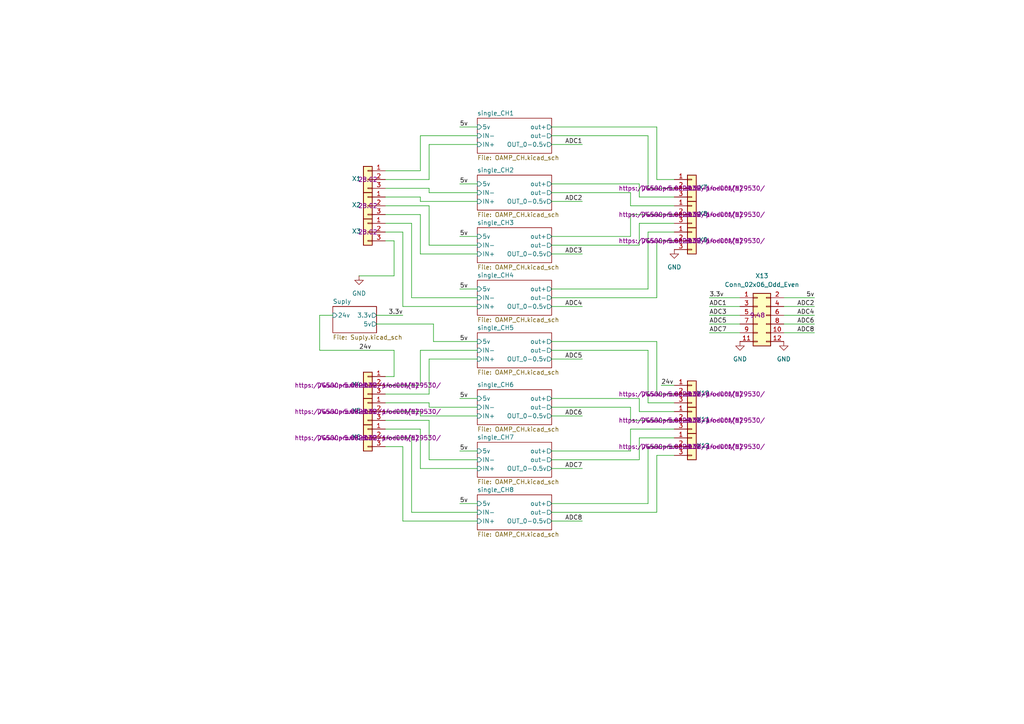
<source format=kicad_sch>
(kicad_sch (version 20250114) (generator "eeschema") (generator_version "9.0")
  (paper "A4")
  (lib_symbols
    (symbol "Connector_Generic:Conn_01x03" (pin_names (offset 1.016) (hide yes))
      (property "Reference" "J" (at 0 5.08 0))
      (property "Value" "Conn_01x03" (at 0 -5.08 0))
      (symbol "Conn_01x03_1_1"
        (rectangle (start -1.27 3.81) (end 1.27 -3.81) (stroke (width 0.254)) (fill (type background)))
        (rectangle (start -1.27 2.667) (end 0 2.413) (stroke (width 0.1524)))
        (rectangle (start -1.27 0.127) (end 0 -0.127) (stroke (width 0.1524)))
        (rectangle (start -1.27 -2.413) (end 0 -2.667) (stroke (width 0.1524)))
        (pin passive line (at -5.08 2.54 0) (length 3.81) (name "Pin_1") (number "1"))
        (pin passive line (at -5.08 0 0) (length 3.81) (name "Pin_2") (number "2"))
        (pin passive line (at -5.08 -2.54 0) (length 3.81) (name "Pin_3") (number "3"))
      )
    )
    (symbol "Connector_Generic:Conn_02x06_Odd_Even" (pin_names (offset 1.016) (hide yes))
      (property "Reference" "J" (at 1.27 7.62 0))
      (property "Value" "Conn_02x06_Odd_Even" (at 1.27 -10.16 0))
      (symbol "Conn_02x06_Odd_Even_1_1"
        (rectangle (start -1.27 6.35) (end 3.81 -8.89) (stroke (width 0.254)) (fill (type background)))
        (rectangle (start -1.27 5.207) (end 0 4.953) (stroke (width 0.1524)))
        (rectangle (start -1.27 2.667) (end 0 2.413) (stroke (width 0.1524)))
        (rectangle (start -1.27 0.127) (end 0 -0.127) (stroke (width 0.1524)))
        (rectangle (start -1.27 -2.413) (end 0 -2.667) (stroke (width 0.1524)))
        (rectangle (start -1.27 -4.953) (end 0 -5.207) (stroke (width 0.1524)))
        (rectangle (start -1.27 -7.493) (end 0 -7.747) (stroke (width 0.1524)))
        (rectangle (start 3.81 5.207) (end 2.54 4.953) (stroke (width 0.1524)))
        (rectangle (start 3.81 2.667) (end 2.54 2.413) (stroke (width 0.1524)))
        (rectangle (start 3.81 0.127) (end 2.54 -0.127) (stroke (width 0.1524)))
        (rectangle (start 3.81 -2.413) (end 2.54 -2.667) (stroke (width 0.1524)))
        (rectangle (start 3.81 -4.953) (end 2.54 -5.207) (stroke (width 0.1524)))
        (rectangle (start 3.81 -7.493) (end 2.54 -7.747) (stroke (width 0.1524)))
        (pin passive line (at -5.08 5.08 0) (length 3.81) (name "Pin_1") (number "1"))
        (pin passive line (at -5.08 2.54 0) (length 3.81) (name "Pin_3") (number "3"))
        (pin passive line (at -5.08 0 0) (length 3.81) (name "Pin_5") (number "5"))
        (pin passive line (at -5.08 -2.54 0) (length 3.81) (name "Pin_7") (number "7"))
        (pin passive line (at -5.08 -5.08 0) (length 3.81) (name "Pin_9") (number "9"))
        (pin passive line (at -5.08 -7.62 0) (length 3.81) (name "Pin_11") (number "11"))
        (pin passive line (at 7.62 5.08 180) (length 3.81) (name "Pin_2") (number "2"))
        (pin passive line (at 7.62 2.54 180) (length 3.81) (name "Pin_4") (number "4"))
        (pin passive line (at 7.62 0 180) (length 3.81) (name "Pin_6") (number "6"))
        (pin passive line (at 7.62 -2.54 180) (length 3.81) (name "Pin_8") (number "8"))
        (pin passive line (at 7.62 -5.08 180) (length 3.81) (name "Pin_10") (number "10"))
        (pin passive line (at 7.62 -7.62 180) (length 3.81) (name "Pin_12") (number "12"))
      )
    )
    (symbol "power:GND" (power) (pin_numbers (hide yes)) (pin_names (offset 0) (hide yes))
      (property "Value" "GND" (at 0 -3.81 0))
      (symbol "GND_0_1"
        (polyline (pts (xy 0 0) (xy 0 -1.27) (xy 1.27 -1.27) (xy 0 -2.54) (xy -1.27 -1.27) (xy 0 -1.27)))
      )
      (symbol "GND_1_1"
        (pin power_in line (at 0 0 270) (length 0) (name "~") (number "1"))
      )
    )
  )
  (wire (pts (xy 185.42 71.12) (xy 160.02 71.12)))
  (wire (pts (xy 190.5 148.59) (xy 190.5 132.08)))
  (wire (pts (xy 160.02 135.89) (xy 168.91 135.89)))
  (wire (pts (xy 214.63 96.52) (xy 205.74 96.52)))
  (wire (pts (xy 125.73 99.06) (xy 138.43 99.06)))
  (wire (pts (xy 191.77 111.76) (xy 195.58 111.76)))
  (wire (pts (xy 187.96 129.54) (xy 187.96 146.05)))
  (wire (pts (xy 116.84 151.13) (xy 138.43 151.13)))
  (wire (pts (xy 187.96 39.37) (xy 187.96 54.61)))
  (wire (pts (xy 121.92 124.46) (xy 121.92 135.89)))
  (wire (pts (xy 227.33 93.98) (xy 236.22 93.98)))
  (wire (pts (xy 133.35 115.57) (xy 138.43 115.57)))
  (wire (pts (xy 182.88 130.81) (xy 182.88 124.46)))
  (wire (pts (xy 160.02 115.57) (xy 185.42 115.57)))
  (wire (pts (xy 124.46 104.14) (xy 124.46 114.3)))
  (wire (pts (xy 92.71 91.44) (xy 96.52 91.44)))
  (wire (pts (xy 160.02 88.9) (xy 168.91 88.9)))
  (wire (pts (xy 111.76 124.46) (xy 121.92 124.46)))
  (wire (pts (xy 182.88 118.11) (xy 160.02 118.11)))
  (wire (pts (xy 116.84 67.31) (xy 116.84 88.9)))
  (wire (pts (xy 195.58 59.69) (xy 182.88 59.69)))
  (wire (pts (xy 190.5 52.07) (xy 195.58 52.07)))
  (wire (pts (xy 121.92 39.37) (xy 121.92 49.53)))
  (wire (pts (xy 124.46 54.61) (xy 111.76 54.61)))
  (wire (pts (xy 124.46 104.14) (xy 138.43 104.14)))
  (wire (pts (xy 111.76 127) (xy 119.38 127)))
  (wire (pts (xy 190.5 99.06) (xy 190.5 114.3)))
  (wire (pts (xy 121.92 111.76) (xy 111.76 111.76)))
  (wire (pts (xy 119.38 127) (xy 119.38 148.59)))
  (wire (pts (xy 121.92 73.66) (xy 138.43 73.66)))
  (wire (pts (xy 214.63 91.44) (xy 205.74 91.44)))
  (wire (pts (xy 160.02 104.14) (xy 168.91 104.14)))
  (wire (pts (xy 160.02 130.81) (xy 182.88 130.81)))
  (wire (pts (xy 124.46 41.91) (xy 124.46 52.07)))
  (wire (pts (xy 116.84 88.9) (xy 138.43 88.9)))
  (wire (pts (xy 121.92 49.53) (xy 111.76 49.53)))
  (wire (pts (xy 160.02 58.42) (xy 168.91 58.42)))
  (wire (pts (xy 195.58 129.54) (xy 187.96 129.54)))
  (wire (pts (xy 190.5 114.3) (xy 195.58 114.3)))
  (wire (pts (xy 133.35 68.58) (xy 138.43 68.58)))
  (wire (pts (xy 114.3 69.85) (xy 114.3 80.01)))
  (wire (pts (xy 182.88 124.46) (xy 195.58 124.46)))
  (wire (pts (xy 124.46 71.12) (xy 138.43 71.12)))
  (wire (pts (xy 111.76 129.54) (xy 116.84 129.54)))
  (wire (pts (xy 227.33 96.52) (xy 236.22 96.52)))
  (wire (pts (xy 160.02 41.91) (xy 168.91 41.91)))
  (wire (pts (xy 160.02 99.06) (xy 190.5 99.06)))
  (wire (pts (xy 125.73 93.98) (xy 125.73 99.06)))
  (wire (pts (xy 190.5 36.83) (xy 190.5 52.07)))
  (wire (pts (xy 185.42 115.57) (xy 185.42 119.38)))
  (wire (pts (xy 133.35 146.05) (xy 138.43 146.05)))
  (wire (pts (xy 227.33 86.36) (xy 236.22 86.36)))
  (wire (pts (xy 185.42 127) (xy 185.42 133.35)))
  (wire (pts (xy 160.02 73.66) (xy 168.91 73.66)))
  (wire (pts (xy 187.96 54.61) (xy 195.58 54.61)))
  (wire (pts (xy 92.71 101.6) (xy 92.71 91.44)))
  (wire (pts (xy 160.02 39.37) (xy 187.96 39.37)))
  (wire (pts (xy 121.92 58.42) (xy 121.92 57.15)))
  (wire (pts (xy 111.76 67.31) (xy 116.84 67.31)))
  (wire (pts (xy 195.58 121.92) (xy 182.88 121.92)))
  (wire (pts (xy 214.63 93.98) (xy 205.74 93.98)))
  (wire (pts (xy 133.35 83.82) (xy 138.43 83.82)))
  (wire (pts (xy 185.42 57.15) (xy 195.58 57.15)))
  (wire (pts (xy 121.92 119.38) (xy 111.76 119.38)))
  (wire (pts (xy 124.46 114.3) (xy 111.76 114.3)))
  (wire (pts (xy 124.46 59.69) (xy 111.76 59.69)))
  (wire (pts (xy 182.88 62.23) (xy 195.58 62.23)))
  (wire (pts (xy 124.46 59.69) (xy 124.46 71.12)))
  (wire (pts (xy 124.46 116.84) (xy 111.76 116.84)))
  (wire (pts (xy 195.58 64.77) (xy 185.42 64.77)))
  (wire (pts (xy 124.46 118.11) (xy 138.43 118.11)))
  (wire (pts (xy 133.35 130.81) (xy 138.43 130.81)))
  (wire (pts (xy 227.33 91.44) (xy 236.22 91.44)))
  (wire (pts (xy 160.02 68.58) (xy 182.88 68.58)))
  (wire (pts (xy 121.92 101.6) (xy 121.92 111.76)))
  (wire (pts (xy 160.02 101.6) (xy 187.96 101.6)))
  (wire (pts (xy 124.46 41.91) (xy 138.43 41.91)))
  (wire (pts (xy 124.46 133.35) (xy 138.43 133.35)))
  (wire (pts (xy 114.3 109.22) (xy 114.3 101.6)))
  (wire (pts (xy 195.58 127) (xy 185.42 127)))
  (wire (pts (xy 111.76 62.23) (xy 121.92 62.23)))
  (wire (pts (xy 195.58 67.31) (xy 187.96 67.31)))
  (wire (pts (xy 124.46 52.07) (xy 111.76 52.07)))
  (wire (pts (xy 185.42 53.34) (xy 185.42 57.15)))
  (wire (pts (xy 160.02 151.13) (xy 168.91 151.13)))
  (wire (pts (xy 124.46 121.92) (xy 111.76 121.92)))
  (wire (pts (xy 182.88 68.58) (xy 182.88 62.23)))
  (wire (pts (xy 124.46 121.92) (xy 124.46 133.35)))
  (wire (pts (xy 227.33 88.9) (xy 236.22 88.9)))
  (wire (pts (xy 133.35 36.83) (xy 138.43 36.83)))
  (wire (pts (xy 214.63 88.9) (xy 205.74 88.9)))
  (wire (pts (xy 185.42 64.77) (xy 185.42 71.12)))
  (wire (pts (xy 124.46 118.11) (xy 124.46 116.84)))
  (wire (pts (xy 187.96 146.05) (xy 160.02 146.05)))
  (wire (pts (xy 121.92 39.37) (xy 138.43 39.37)))
  (wire (pts (xy 111.76 64.77) (xy 119.38 64.77)))
  (wire (pts (xy 119.38 148.59) (xy 138.43 148.59)))
  (wire (pts (xy 187.96 83.82) (xy 160.02 83.82)))
  (wire (pts (xy 190.5 86.36) (xy 190.5 69.85)))
  (wire (pts (xy 119.38 86.36) (xy 138.43 86.36)))
  (wire (pts (xy 187.96 101.6) (xy 187.96 116.84)))
  (wire (pts (xy 109.22 91.44) (xy 116.84 91.44)))
  (wire (pts (xy 119.38 64.77) (xy 119.38 86.36)))
  (wire (pts (xy 92.71 101.6) (xy 114.3 101.6)))
  (wire (pts (xy 116.84 129.54) (xy 116.84 151.13)))
  (wire (pts (xy 160.02 148.59) (xy 190.5 148.59)))
  (wire (pts (xy 182.88 121.92) (xy 182.88 118.11)))
  (wire (pts (xy 124.46 55.88) (xy 138.43 55.88)))
  (wire (pts (xy 124.46 55.88) (xy 124.46 54.61)))
  (wire (pts (xy 121.92 101.6) (xy 138.43 101.6)))
  (wire (pts (xy 190.5 132.08) (xy 195.58 132.08)))
  (wire (pts (xy 109.22 93.98) (xy 125.73 93.98)))
  (wire (pts (xy 160.02 86.36) (xy 190.5 86.36)))
  (wire (pts (xy 160.02 53.34) (xy 185.42 53.34)))
  (wire (pts (xy 121.92 62.23) (xy 121.92 73.66)))
  (wire (pts (xy 121.92 120.65) (xy 121.92 119.38)))
  (wire (pts (xy 104.14 80.01) (xy 114.3 80.01)))
  (wire (pts (xy 121.92 135.89) (xy 138.43 135.89)))
  (wire (pts (xy 111.76 109.22) (xy 114.3 109.22)))
  (wire (pts (xy 182.88 55.88) (xy 160.02 55.88)))
  (wire (pts (xy 133.35 53.34) (xy 138.43 53.34)))
  (wire (pts (xy 121.92 120.65) (xy 138.43 120.65)))
  (wire (pts (xy 111.76 69.85) (xy 114.3 69.85)))
  (wire (pts (xy 121.92 58.42) (xy 138.43 58.42)))
  (wire (pts (xy 190.5 69.85) (xy 195.58 69.85)))
  (wire (pts (xy 160.02 120.65) (xy 168.91 120.65)))
  (wire (pts (xy 205.74 86.36) (xy 214.63 86.36)))
  (wire (pts (xy 160.02 36.83) (xy 190.5 36.83)))
  (wire (pts (xy 187.96 116.84) (xy 195.58 116.84)))
  (wire (pts (xy 185.42 119.38) (xy 195.58 119.38)))
  (wire (pts (xy 187.96 67.31) (xy 187.96 83.82)))
  (wire (pts (xy 121.92 57.15) (xy 111.76 57.15)))
  (wire (pts (xy 185.42 133.35) (xy 160.02 133.35)))
  (wire (pts (xy 182.88 59.69) (xy 182.88 55.88)))
  (label "3.3v" (at 116.84 91.44 180))
  (label "24v" (at 104.14 101.6 0))
  (label "ADC1" (at 168.91 41.91 180))
  (label "ADC4" (at 168.91 88.9 180))
  (label "ADC6" (at 236.22 93.98 180))
  (label "5v" (at 133.35 36.83 0))
  (label "5v" (at 133.35 115.57 0))
  (label "ADC6" (at 168.91 120.65 180))
  (label "5v" (at 133.35 99.06 0))
  (label "ADC7" (at 205.74 96.52 0))
  (label "ADC2" (at 168.91 58.42 180))
  (label "5v" (at 133.35 130.81 0))
  (label "ADC8" (at 236.22 96.52 180))
  (label "5v" (at 133.35 146.05 0))
  (label "ADC5" (at 205.74 93.98 0))
  (label "3.3v" (at 205.74 86.36 0))
  (label "5v" (at 133.35 83.82 0))
  (label "ADC3" (at 168.91 73.66 180))
  (label "5v" (at 133.35 53.34 0))
  (label "5v" (at 236.22 86.36 180))
  (label "ADC5" (at 168.91 104.14 180))
  (label "ADC1" (at 205.74 88.9 0))
  (label "ADC3" (at 205.74 91.44 0))
  (label "ADC4" (at 236.22 91.44 180))
  (label "24v" (at 191.77 111.76 0))
  (label "ADC8" (at 168.91 151.13 180))
  (label "ADC7" (at 168.91 135.89 180))
  (label "ADC2" (at 236.22 88.9 180))
  (label "5v" (at 133.35 68.58 0))
  (symbol (lib_id "Connector_Generic:Conn_01x03") (at 106.68 67.31 0) (mirror y) (unit 1)
    (property "Reference" "X3" (at 103.378 67.056 0))
    (property "Value" "DG500-5.08-03P-14-00A(H)" (effects (hide yes)))
    (property "Footprint" "Connector_Phoenix_MC_HighVoltage:PhoenixContact_MCV_1,5_3-G-5.08_1x03_P5.08mm_Vertical" (effects (hide yes)))
    (property "Description" "Generic connector, single row, 01x03, script generated (kicad-library-utils/schlib/autogen/connector/)" (effects (hide yes)))
    (property "Promelec" "https://www.promelec.ru/product/129530/" (effects (hide yes)))
    (property "Название" "DG500-5.08-03P-14-00A(H)" (effects (hide yes)))
    (property "Цена" "28.02" (at 106.68 67.31 0))
  )
  (symbol (lib_id "Connector_Generic:Conn_01x03") (at 106.68 52.07 0) (mirror y) (unit 1)
    (property "Reference" "X1" (at 103.378 51.816 0))
    (property "Value" "DG500-5.08-03P-14-00A(H)" (effects (hide yes)))
    (property "Footprint" "Connector_Phoenix_MC_HighVoltage:PhoenixContact_MCV_1,5_3-G-5.08_1x03_P5.08mm_Vertical" (effects (hide yes)))
    (property "Description" "Generic connector, single row, 01x03, script generated (kicad-library-utils/schlib/autogen/connector/)" (effects (hide yes)))
    (property "Promelec" "https://www.promelec.ru/product/129530/" (effects (hide yes)))
    (property "Название" "DG500-5.08-03P-14-00A(H)" (effects (hide yes)))
    (property "Цена" "28.02" (at 106.68 52.07 0))
  )
  (symbol (lib_id "Connector_Generic:Conn_01x03") (at 106.68 119.38 0) (mirror y) (unit 1)
    (property "Reference" "X5" (at 103.378 119.126 0))
    (property "Value" "DG500-5.08-03P-14-00A(H)" (effects (hide yes)))
    (property "Footprint" "Connector_Phoenix_MC_HighVoltage:PhoenixContact_MCV_1,5_3-G-5.08_1x03_P5.08mm_Vertical" (effects (hide yes)))
    (property "Description" "Generic connector, single row, 01x03, script generated (kicad-library-utils/schlib/autogen/connector/)" (effects (hide yes)))
    (property "Promelec" "https://www.promelec.ru/product/129530/" (at 106.68 119.38 0))
    (property "Название" "DG500-5.08-03P-14-00A(H)" (at 106.68 119.38 0))
    (property "Цена" "28.02" (at 106.68 119.38 0))
  )
  (symbol (lib_id "Connector_Generic:Conn_01x03") (at 106.68 111.76 0) (mirror y) (unit 1)
    (property "Reference" "X4" (at 103.378 111.506 0))
    (property "Value" "DG500-5.08-03P-14-00A(H)" (effects (hide yes)))
    (property "Footprint" "Connector_Phoenix_MC_HighVoltage:PhoenixContact_MCV_1,5_3-G-5.08_1x03_P5.08mm_Vertical" (effects (hide yes)))
    (property "Description" "Generic connector, single row, 01x03, script generated (kicad-library-utils/schlib/autogen/connector/)" (effects (hide yes)))
    (property "Promelec" "https://www.promelec.ru/product/129530/" (at 106.68 111.76 0))
    (property "Название" "DG500-5.08-03P-14-00A(H)" (at 106.68 111.76 0))
    (property "Цена" "28.02" (at 106.68 111.76 0))
  )
  (symbol (lib_id "Connector_Generic:Conn_02x06_Odd_Even") (at 219.71 91.44 0) (unit 1)
    (property "Reference" "X13" (at 220.98 80.01 0))
    (property "Value" "Conn_02x06_Odd_Even" (at 220.98 82.55 0))
    (property "Footprint" "Connector_IDC:IDC-Header_2x06_P2.54mm_Vertical" (effects (hide yes)))
    (property "Description" "Generic connector, double row, 02x06, odd/even pin numbering scheme (row 1 odd numbers, row 2 even numbers), script generated (kicad-library-utils/schlib/autogen/connector/)" (effects (hide yes)))
    (property "Promelec" "https://www.promelec.ru/product/318099/" (effects (hide yes)))
    (property "Название" "DS1013-12SSIB1-B-0" (effects (hide yes)))
    (property "Цена" "9.48" (at 219.71 91.44 0))
  )
  (symbol (lib_id "power:GND") (at 104.14 80.01 0) (unit 1)
    (property "Reference" "#PWR01" (effects (hide yes)))
    (property "Value" "GND" (at 104.14 85.09 0))
    (property "Description" "Power symbol creates a global label with name \"GND\" , ground" (effects (hide yes)))
  )
  (symbol (lib_id "power:GND") (at 214.63 99.06 0) (unit 1)
    (property "Reference" "#PWR03" (effects (hide yes)))
    (property "Value" "GND" (at 214.63 104.14 0))
    (property "Description" "Power symbol creates a global label with name \"GND\" , ground" (effects (hide yes)))
  )
  (symbol (lib_id "Connector_Generic:Conn_01x03") (at 200.66 54.61 0) (unit 1)
    (property "Reference" "X7" (at 203.962 54.356 0))
    (property "Value" "DG500-5.08-03P-14-00A(H)" (effects (hide yes)))
    (property "Footprint" "Connector_Phoenix_MC_HighVoltage:PhoenixContact_MCV_1,5_3-G-5.08_1x03_P5.08mm_Vertical" (effects (hide yes)))
    (property "Description" "Generic connector, single row, 01x03, script generated (kicad-library-utils/schlib/autogen/connector/)" (effects (hide yes)))
    (property "Promelec" "https://www.promelec.ru/product/129530/" (at 200.66 54.61 0))
    (property "Название" "DG500-5.08-03P-14-00A(H)" (at 200.66 54.61 0))
    (property "Цена" "28.02" (at 200.66 54.61 0))
  )
  (symbol (lib_id "Connector_Generic:Conn_01x03") (at 200.66 121.92 0) (unit 1)
    (property "Reference" "X11" (at 203.962 121.666 0))
    (property "Value" "DG500-5.08-03P-14-00A(H)" (effects (hide yes)))
    (property "Footprint" "Connector_Phoenix_MC_HighVoltage:PhoenixContact_MCV_1,5_3-G-5.08_1x03_P5.08mm_Vertical" (effects (hide yes)))
    (property "Description" "Generic connector, single row, 01x03, script generated (kicad-library-utils/schlib/autogen/connector/)" (effects (hide yes)))
    (property "Promelec" "https://www.promelec.ru/product/129530/" (at 200.66 121.92 0))
    (property "Название" "DG500-5.08-03P-14-00A(H)" (at 200.66 121.92 0))
    (property "Цена" "28.02" (at 200.66 121.92 0))
  )
  (symbol (lib_id "Connector_Generic:Conn_01x03") (at 106.68 127 0) (mirror y) (unit 1)
    (property "Reference" "X6" (at 103.378 126.746 0))
    (property "Value" "DG500-5.08-03P-14-00A(H)" (effects (hide yes)))
    (property "Footprint" "Connector_Phoenix_MC_HighVoltage:PhoenixContact_MCV_1,5_3-G-5.08_1x03_P5.08mm_Vertical" (effects (hide yes)))
    (property "Description" "Generic connector, single row, 01x03, script generated (kicad-library-utils/schlib/autogen/connector/)" (effects (hide yes)))
    (property "Promelec" "https://www.promelec.ru/product/129530/" (at 106.68 127 0))
    (property "Название" "DG500-5.08-03P-14-00A(H)" (at 106.68 127 0))
    (property "Цена" "28.02" (at 106.68 127 0))
  )
  (symbol (lib_id "Connector_Generic:Conn_01x03") (at 200.66 69.85 0) (unit 1)
    (property "Reference" "X9" (at 203.962 69.596 0))
    (property "Value" "DG500-5.08-03P-14-00A(H)" (effects (hide yes)))
    (property "Footprint" "Connector_Phoenix_MC_HighVoltage:PhoenixContact_MCV_1,5_3-G-5.08_1x03_P5.08mm_Vertical" (effects (hide yes)))
    (property "Description" "Generic connector, single row, 01x03, script generated (kicad-library-utils/schlib/autogen/connector/)" (effects (hide yes)))
    (property "Promelec" "https://www.promelec.ru/product/129530/" (at 200.66 69.85 0))
    (property "Название" "DG500-5.08-03P-14-00A(H)" (at 200.66 69.85 0))
    (property "Цена" "28.02" (at 200.66 69.85 0))
  )
  (symbol (lib_id "power:GND") (at 227.33 99.06 0) (unit 1)
    (property "Reference" "#PWR04" (effects (hide yes)))
    (property "Value" "GND" (at 227.33 104.14 0))
    (property "Description" "Power symbol creates a global label with name \"GND\" , ground" (effects (hide yes)))
  )
  (symbol (lib_id "Connector_Generic:Conn_01x03") (at 106.68 59.69 0) (mirror y) (unit 1)
    (property "Reference" "X2" (at 103.378 59.436 0))
    (property "Value" "DG500-5.08-03P-14-00A(H)" (effects (hide yes)))
    (property "Footprint" "Connector_Phoenix_MC_HighVoltage:PhoenixContact_MCV_1,5_3-G-5.08_1x03_P5.08mm_Vertical" (effects (hide yes)))
    (property "Description" "Generic connector, single row, 01x03, script generated (kicad-library-utils/schlib/autogen/connector/)" (effects (hide yes)))
    (property "Promelec" "https://www.promelec.ru/product/129530/" (effects (hide yes)))
    (property "Название" "DG500-5.08-03P-14-00A(H)" (effects (hide yes)))
    (property "Цена" "28.02" (at 106.68 59.69 0))
  )
  (symbol (lib_id "Connector_Generic:Conn_01x03") (at 200.66 62.23 0) (unit 1)
    (property "Reference" "X8" (at 203.962 61.976 0))
    (property "Value" "DG500-5.08-03P-14-00A(H)" (effects (hide yes)))
    (property "Footprint" "Connector_Phoenix_MC_HighVoltage:PhoenixContact_MCV_1,5_3-G-5.08_1x03_P5.08mm_Vertical" (effects (hide yes)))
    (property "Description" "Generic connector, single row, 01x03, script generated (kicad-library-utils/schlib/autogen/connector/)" (effects (hide yes)))
    (property "Promelec" "https://www.promelec.ru/product/129530/" (at 200.66 62.23 0))
    (property "Название" "DG500-5.08-03P-14-00A(H)" (at 200.66 62.23 0))
    (property "Цена" "28.02" (at 200.66 62.23 0))
  )
  (symbol (lib_id "Connector_Generic:Conn_01x03") (at 200.66 114.3 0) (unit 1)
    (property "Reference" "X10" (at 203.962 114.046 0))
    (property "Value" "DG500-5.08-03P-14-00A(H)" (effects (hide yes)))
    (property "Footprint" "Connector_Phoenix_MC_HighVoltage:PhoenixContact_MCV_1,5_3-G-5.08_1x03_P5.08mm_Vertical" (effects (hide yes)))
    (property "Description" "Generic connector, single row, 01x03, script generated (kicad-library-utils/schlib/autogen/connector/)" (effects (hide yes)))
    (property "Promelec" "https://www.promelec.ru/product/129530/" (at 200.66 114.3 0))
    (property "Название" "DG500-5.08-03P-14-00A(H)" (at 200.66 114.3 0))
    (property "Цена" "28.02" (at 200.66 114.3 0))
  )
  (symbol (lib_id "power:GND") (at 195.58 72.39 0) (unit 1)
    (property "Reference" "#PWR02" (effects (hide yes)))
    (property "Value" "GND" (at 195.58 77.47 0))
    (property "Description" "Power symbol creates a global label with name \"GND\" , ground" (effects (hide yes)))
  )
  (symbol (lib_id "Connector_Generic:Conn_01x03") (at 200.66 129.54 0) (unit 1)
    (property "Reference" "X12" (at 203.962 129.286 0))
    (property "Value" "DG500-5.08-03P-14-00A(H)" (effects (hide yes)))
    (property "Footprint" "Connector_Phoenix_MC_HighVoltage:PhoenixContact_MCV_1,5_3-G-5.08_1x03_P5.08mm_Vertical" (effects (hide yes)))
    (property "Description" "Generic connector, single row, 01x03, script generated (kicad-library-utils/schlib/autogen/connector/)" (effects (hide yes)))
    (property "Promelec" "https://www.promelec.ru/product/129530/" (at 200.66 129.54 0))
    (property "Название" "DG500-5.08-03P-14-00A(H)" (at 200.66 129.54 0))
    (property "Цена" "28.02" (at 200.66 129.54 0))
  )
  (sheet (at 138.43 143.51) (size 21.59 10.16) (stroke (width 0.1524))
    (property "Sheetname" "single_CH8" (at 138.43 142.7984 0) (effects (justify left bottom)))
    (property "Sheetfile" "OAMP_CH.kicad_sch" (at 138.43 154.2546 0) (effects (justify left top)))
    (pin "5v" input (at 138.43 146.05 180))
    (pin "IN+" input (at 138.43 151.13 180))
    (pin "IN-" input (at 138.43 148.59 180))
    (pin "out+" output (at 160.02 146.05 0))
    (pin "out-" output (at 160.02 148.59 0))
    (pin "OUT_0-0.5v" output (at 160.02 151.13 0))
  )
  (sheet (at 96.52 88.9) (size 12.7 7.62) (stroke (width 0.1524))
    (property "Sheetname" "Suply" (at 96.52 88.1884 0) (effects (justify left bottom)))
    (property "Sheetfile" "Suply.kicad_sch" (at 96.52 97.1046 0) (effects (justify left top)))
    (pin "3.3v" output (at 109.22 91.44 0))
    (pin "5v" output (at 109.22 93.98 0))
    (pin "24v" input (at 96.52 91.44 180))
  )
  (sheet (at 138.43 96.52) (size 21.59 10.16) (stroke (width 0.1524))
    (property "Sheetname" "single_CH5" (at 138.43 95.8084 0) (effects (justify left bottom)))
    (property "Sheetfile" "OAMP_CH.kicad_sch" (at 138.43 107.2646 0) (effects (justify left top)))
    (pin "5v" input (at 138.43 99.06 180))
    (pin "IN+" input (at 138.43 104.14 180))
    (pin "IN-" input (at 138.43 101.6 180))
    (pin "out+" output (at 160.02 99.06 0))
    (pin "out-" output (at 160.02 101.6 0))
    (pin "OUT_0-0.5v" output (at 160.02 104.14 0))
  )
  (sheet (at 138.43 81.28) (size 21.59 10.16) (stroke (width 0.1524))
    (property "Sheetname" "single_CH4" (at 138.43 80.5684 0) (effects (justify left bottom)))
    (property "Sheetfile" "OAMP_CH.kicad_sch" (at 138.43 92.0246 0) (effects (justify left top)))
    (pin "5v" input (at 138.43 83.82 180))
    (pin "IN+" input (at 138.43 88.9 180))
    (pin "IN-" input (at 138.43 86.36 180))
    (pin "out+" output (at 160.02 83.82 0))
    (pin "out-" output (at 160.02 86.36 0))
    (pin "OUT_0-0.5v" output (at 160.02 88.9 0))
  )
  (sheet (at 138.43 50.8) (size 21.59 10.16) (stroke (width 0.1524))
    (property "Sheetname" "single_CH2" (at 138.43 50.0884 0) (effects (justify left bottom)))
    (property "Sheetfile" "OAMP_CH.kicad_sch" (at 138.43 61.5446 0) (effects (justify left top)))
    (pin "5v" input (at 138.43 53.34 180))
    (pin "IN+" input (at 138.43 58.42 180))
    (pin "IN-" input (at 138.43 55.88 180))
    (pin "out+" output (at 160.02 53.34 0))
    (pin "out-" output (at 160.02 55.88 0))
    (pin "OUT_0-0.5v" output (at 160.02 58.42 0))
  )
  (sheet (at 138.43 66.04) (size 21.59 10.16) (stroke (width 0.1524))
    (property "Sheetname" "single_CH3" (at 138.43 65.3284 0) (effects (justify left bottom)))
    (property "Sheetfile" "OAMP_CH.kicad_sch" (at 138.43 76.7846 0) (effects (justify left top)))
    (pin "5v" input (at 138.43 68.58 180))
    (pin "IN+" input (at 138.43 73.66 180))
    (pin "IN-" input (at 138.43 71.12 180))
    (pin "out+" output (at 160.02 68.58 0))
    (pin "out-" output (at 160.02 71.12 0))
    (pin "OUT_0-0.5v" output (at 160.02 73.66 0))
  )
  (sheet (at 138.43 128.27) (size 21.59 10.16) (stroke (width 0.1524))
    (property "Sheetname" "single_CH7" (at 138.43 127.5584 0) (effects (justify left bottom)))
    (property "Sheetfile" "OAMP_CH.kicad_sch" (at 138.43 139.0146 0) (effects (justify left top)))
    (pin "5v" input (at 138.43 130.81 180))
    (pin "IN+" input (at 138.43 135.89 180))
    (pin "IN-" input (at 138.43 133.35 180))
    (pin "out+" output (at 160.02 130.81 0))
    (pin "out-" output (at 160.02 133.35 0))
    (pin "OUT_0-0.5v" output (at 160.02 135.89 0))
  )
  (sheet (at 138.43 113.03) (size 21.59 10.16) (stroke (width 0.1524))
    (property "Sheetname" "single_CH6" (at 138.43 112.3184 0) (effects (justify left bottom)))
    (property "Sheetfile" "OAMP_CH.kicad_sch" (at 138.43 123.7746 0) (effects (justify left top)))
    (pin "5v" input (at 138.43 115.57 180))
    (pin "IN+" input (at 138.43 120.65 180))
    (pin "IN-" input (at 138.43 118.11 180))
    (pin "out+" output (at 160.02 115.57 0))
    (pin "out-" output (at 160.02 118.11 0))
    (pin "OUT_0-0.5v" output (at 160.02 120.65 0))
  )
  (sheet (at 138.43 34.29) (size 21.59 10.16) (stroke (width 0.1524))
    (property "Sheetname" "single_CH1" (at 138.43 33.5784 0) (effects (justify left bottom)))
    (property "Sheetfile" "OAMP_CH.kicad_sch" (at 138.43 45.0346 0) (effects (justify left top)))
    (pin "5v" input (at 138.43 36.83 180))
    (pin "IN+" input (at 138.43 41.91 180))
    (pin "IN-" input (at 138.43 39.37 180))
    (pin "out+" output (at 160.02 36.83 0))
    (pin "out-" output (at 160.02 39.37 0))
    (pin "OUT_0-0.5v" output (at 160.02 41.91 0))
  )
)
</source>
